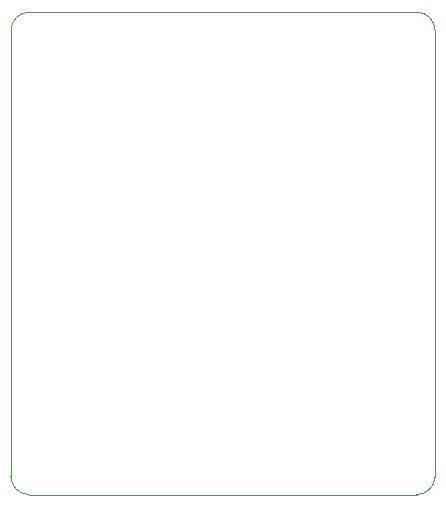
<source format=gbr>
%TF.GenerationSoftware,KiCad,Pcbnew,(5.1.8)-1*%
%TF.CreationDate,2021-02-17T08:18:28+05:30*%
%TF.ProjectId,WLR089U0-DevBoard,574c5230-3839-4553-902d-446576426f61,V1*%
%TF.SameCoordinates,Original*%
%TF.FileFunction,Profile,NP*%
%FSLAX46Y46*%
G04 Gerber Fmt 4.6, Leading zero omitted, Abs format (unit mm)*
G04 Created by KiCad (PCBNEW (5.1.8)-1) date 2021-02-17 08:18:28*
%MOMM*%
%LPD*%
G01*
G04 APERTURE LIST*
%TA.AperFunction,Profile*%
%ADD10C,0.050000*%
%TD*%
G04 APERTURE END LIST*
D10*
X159800000Y-119200000D02*
G75*
G02*
X158250670Y-120704431I-1549330J45569D01*
G01*
X125400000Y-120700000D02*
G75*
G02*
X123895569Y-119150670I45569J1549330D01*
G01*
X158295569Y-79850670D02*
G75*
G02*
X159800000Y-81400000I-45569J-1549330D01*
G01*
X123900670Y-81354431D02*
G75*
G02*
X125450000Y-79850000I1549330J-45569D01*
G01*
X123895569Y-119150670D02*
X123900670Y-81354431D01*
X158250670Y-120704431D02*
X125400000Y-120700000D01*
X159800000Y-81400000D02*
X159800000Y-119200000D01*
X125450000Y-79850000D02*
X158295569Y-79850670D01*
M02*

</source>
